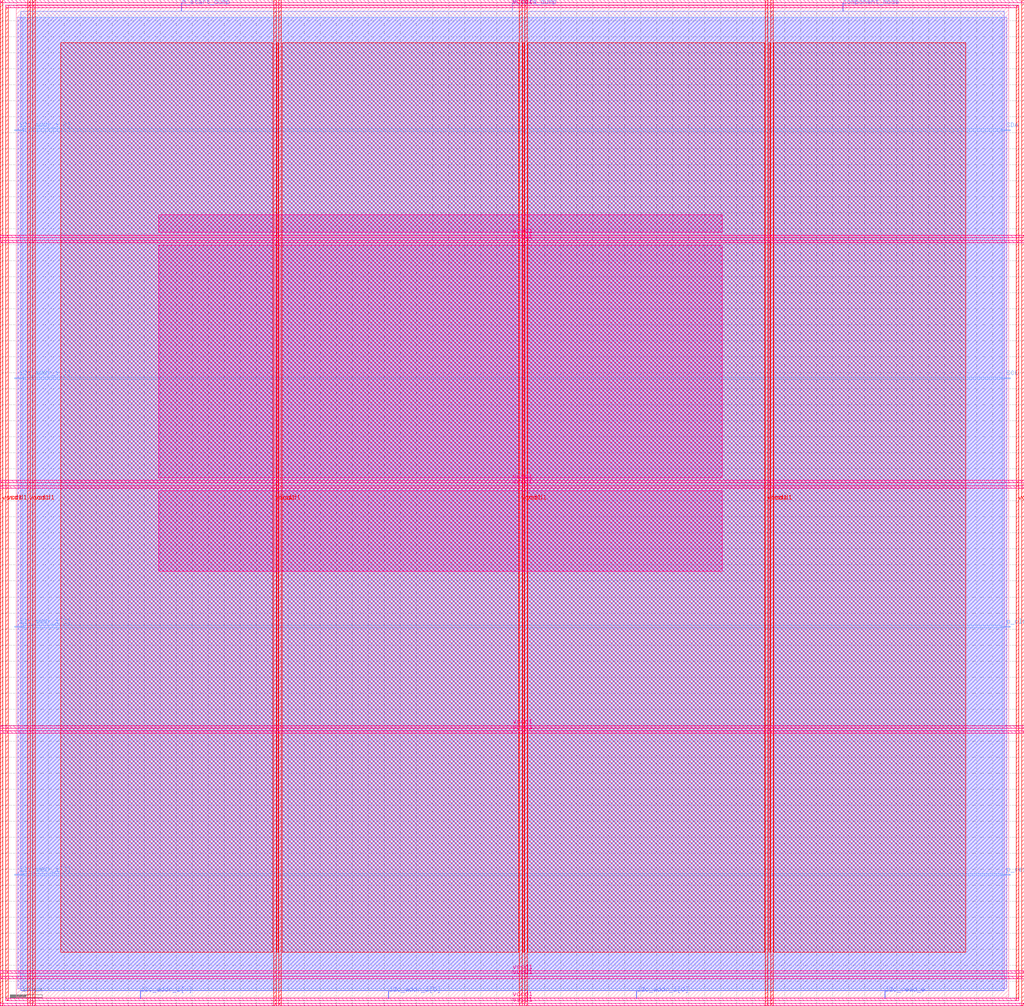
<source format=lef>
VERSION 5.7 ;
  NOWIREEXTENSIONATPIN ON ;
  DIVIDERCHAR "/" ;
  BUSBITCHARS "[]" ;
MACRO i2c_interface_component
  CLASS BLOCK ;
  FOREIGN i2c_interface_component ;
  ORIGIN 0.000 0.000 ;
  SIZE 620.000 BY 620.000 ;
  PIN SCL
    DIRECTION INOUT ;
    USE SIGNAL ;
    ANTENNAGATEAREA 0.126000 ;
    ANTENNADIFFAREA 1.782000 ;
    PORT
      LAYER met3 ;
        RECT 616.000 386.280 621.000 386.880 ;
    END
  END SCL
  PIN SDA
    DIRECTION INOUT ;
    USE SIGNAL ;
    ANTENNAGATEAREA 0.126000 ;
    ANTENNADIFFAREA 2.216700 ;
    PORT
      LAYER met3 ;
        RECT 616.000 541.320 621.000 541.920 ;
    END
  END SDA
  PIN component_mode
    DIRECTION INPUT ;
    USE SIGNAL ;
    ANTENNAGATEAREA 0.213000 ;
    PORT
      LAYER met2 ;
        RECT 516.210 616.000 516.490 621.000 ;
    END
  END component_mode
  PIN i2c_addr_i[0]
    DIRECTION INPUT ;
    USE SIGNAL ;
    ANTENNAGATEAREA 0.426000 ;
    PORT
      LAYER met3 ;
        RECT -1.000 541.320 4.000 541.920 ;
    END
  END i2c_addr_i[0]
  PIN i2c_addr_i[1]
    DIRECTION INPUT ;
    USE SIGNAL ;
    ANTENNAGATEAREA 0.247500 ;
    PORT
      LAYER met3 ;
        RECT -1.000 386.280 4.000 386.880 ;
    END
  END i2c_addr_i[1]
  PIN i2c_addr_i[2]
    DIRECTION INPUT ;
    USE SIGNAL ;
    ANTENNAGATEAREA 0.247500 ;
    PORT
      LAYER met3 ;
        RECT -1.000 231.240 4.000 231.840 ;
    END
  END i2c_addr_i[2]
  PIN i2c_addr_i[3]
    DIRECTION INPUT ;
    USE SIGNAL ;
    ANTENNAGATEAREA 0.213000 ;
    PORT
      LAYER met3 ;
        RECT -1.000 76.200 4.000 76.800 ;
    END
  END i2c_addr_i[3]
  PIN i2c_addr_i[4]
    DIRECTION INPUT ;
    USE SIGNAL ;
    ANTENNAGATEAREA 0.159000 ;
    PORT
      LAYER met2 ;
        RECT 77.370 -1.000 77.650 4.000 ;
    END
  END i2c_addr_i[4]
  PIN i2c_addr_i[5]
    DIRECTION INPUT ;
    USE SIGNAL ;
    ANTENNAGATEAREA 0.213000 ;
    PORT
      LAYER met2 ;
        RECT 232.390 -1.000 232.670 4.000 ;
    END
  END i2c_addr_i[5]
  PIN i2c_addr_i[6]
    DIRECTION INPUT ;
    USE SIGNAL ;
    ANTENNAGATEAREA 0.196500 ;
    PORT
      LAYER met2 ;
        RECT 387.410 -1.000 387.690 4.000 ;
    END
  END i2c_addr_i[6]
  PIN i2c_read_e
    DIRECTION INPUT ;
    USE SIGNAL ;
    ANTENNAGATEAREA 0.213000 ;
    PORT
      LAYER met2 ;
        RECT 542.430 -1.000 542.710 4.000 ;
    END
  END i2c_read_e
  PIN m_data_dump
    DIRECTION OUTPUT TRISTATE ;
    USE SIGNAL ;
    ANTENNADIFFAREA 0.445500 ;
    PORT
      LAYER met2 ;
        RECT 309.670 616.000 309.950 621.000 ;
    END
  END m_data_dump
  PIN m_start_dump
    DIRECTION INPUT ;
    USE SIGNAL ;
    ANTENNAGATEAREA 0.213000 ;
    PORT
      LAYER met2 ;
        RECT 103.130 616.000 103.410 621.000 ;
    END
  END m_start_dump
  PIN p_clock
    DIRECTION INPUT ;
    USE SIGNAL ;
    ANTENNAGATEAREA 0.852000 ;
    PORT
      LAYER met3 ;
        RECT 616.000 231.240 621.000 231.840 ;
    END
  END p_clock
  PIN p_reset
    DIRECTION INPUT ;
    USE SIGNAL ;
    ANTENNAGATEAREA 0.126000 ;
    PORT
      LAYER met3 ;
        RECT 616.000 76.200 621.000 76.800 ;
    END
  END p_reset
  PIN vccd1
    DIRECTION INOUT ;
    USE POWER ;
    PORT
      LAYER met4 ;
        RECT -6.680 -2.160 -5.080 619.600 ;
    END
    PORT
      LAYER met5 ;
        RECT -6.680 -2.160 626.300 -0.560 ;
    END
    PORT
      LAYER met5 ;
        RECT -6.680 618.000 626.300 619.600 ;
    END
    PORT
      LAYER met4 ;
        RECT 624.700 -2.160 626.300 619.600 ;
    END
    PORT
      LAYER met4 ;
        RECT 7.120 -5.460 8.720 622.900 ;
    END
    PORT
      LAYER met4 ;
        RECT 160.720 -5.460 162.320 622.900 ;
    END
    PORT
      LAYER met4 ;
        RECT 314.320 -5.460 315.920 622.900 ;
    END
    PORT
      LAYER met4 ;
        RECT 467.920 -5.460 469.520 622.900 ;
    END
    PORT
      LAYER met5 ;
        RECT -9.980 11.640 629.600 13.240 ;
    END
    PORT
      LAYER met5 ;
        RECT -9.980 164.820 629.600 166.420 ;
    END
    PORT
      LAYER met5 ;
        RECT -9.980 318.000 629.600 319.600 ;
    END
    PORT
      LAYER met5 ;
        RECT -9.980 471.180 629.600 472.780 ;
    END
  END vccd1
  PIN vssd1
    DIRECTION INOUT ;
    USE GROUND ;
    PORT
      LAYER met4 ;
        RECT -9.980 -5.460 -8.380 622.900 ;
    END
    PORT
      LAYER met5 ;
        RECT -9.980 -5.460 629.600 -3.860 ;
    END
    PORT
      LAYER met5 ;
        RECT -9.980 621.300 629.600 622.900 ;
    END
    PORT
      LAYER met4 ;
        RECT 628.000 -5.460 629.600 622.900 ;
    END
    PORT
      LAYER met4 ;
        RECT 10.420 -5.460 12.020 622.900 ;
    END
    PORT
      LAYER met4 ;
        RECT 164.020 -5.460 165.620 622.900 ;
    END
    PORT
      LAYER met4 ;
        RECT 317.620 -5.460 319.220 622.900 ;
    END
    PORT
      LAYER met4 ;
        RECT 471.220 -5.460 472.820 622.900 ;
    END
    PORT
      LAYER met5 ;
        RECT -9.980 14.940 629.600 16.540 ;
    END
    PORT
      LAYER met5 ;
        RECT -9.980 168.120 629.600 169.720 ;
    END
    PORT
      LAYER met5 ;
        RECT -9.980 321.300 629.600 322.900 ;
    END
    PORT
      LAYER met5 ;
        RECT -9.980 474.480 629.600 476.080 ;
    END
  END vssd1
  OBS
      LAYER li1 ;
        RECT 0.920 5.355 618.700 612.085 ;
      LAYER met1 ;
        RECT 0.920 5.200 618.700 612.240 ;
      LAYER met2 ;
        RECT 2.860 615.720 102.850 616.000 ;
        RECT 103.690 615.720 309.390 616.000 ;
        RECT 310.230 615.720 515.930 616.000 ;
        RECT 516.770 615.720 617.220 616.000 ;
        RECT 2.860 4.280 617.220 615.720 ;
        RECT 2.860 4.000 77.090 4.280 ;
        RECT 77.930 4.000 232.110 4.280 ;
        RECT 232.950 4.000 387.130 4.280 ;
        RECT 387.970 4.000 542.150 4.280 ;
        RECT 542.990 4.000 617.220 4.280 ;
      LAYER met3 ;
        RECT 4.000 542.320 616.000 612.165 ;
        RECT 4.400 540.920 615.600 542.320 ;
        RECT 4.000 387.280 616.000 540.920 ;
        RECT 4.400 385.880 615.600 387.280 ;
        RECT 4.000 232.240 616.000 385.880 ;
        RECT 4.400 230.840 615.600 232.240 ;
        RECT 4.000 77.200 616.000 230.840 ;
        RECT 4.400 75.800 615.600 77.200 ;
        RECT 4.000 5.275 616.000 75.800 ;
      LAYER met4 ;
        RECT 27.895 28.055 160.320 596.185 ;
        RECT 162.720 28.055 163.620 596.185 ;
        RECT 166.020 28.055 313.920 596.185 ;
        RECT 316.320 28.055 317.220 596.185 ;
        RECT 319.620 28.055 467.520 596.185 ;
        RECT 469.920 28.055 470.820 596.185 ;
        RECT 473.220 28.055 593.105 596.185 ;
      LAYER met5 ;
        RECT 88.900 477.680 441.020 488.700 ;
        RECT 88.900 324.500 441.020 469.580 ;
        RECT 88.900 266.100 441.020 316.400 ;
  END
END i2c_interface_component
END LIBRARY


</source>
